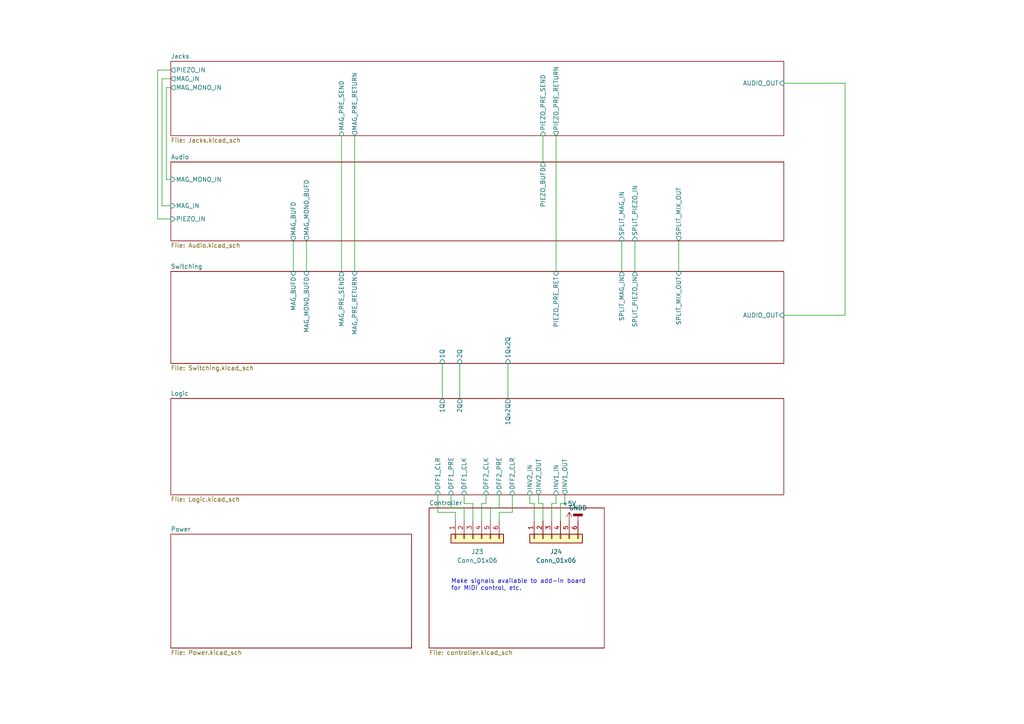
<source format=kicad_sch>
(kicad_sch (version 20230121) (generator eeschema)

  (uuid 52444e48-6798-4602-8621-4972ab8b508a)

  (paper "A4")

  (lib_symbols
    (symbol "PCM_4ms_Connector:Conn_01x06" (pin_names (offset 1.016) hide) (in_bom yes) (on_board yes)
      (property "Reference" "J" (at 0 7.62 0)
        (effects (font (size 1.27 1.27)))
      )
      (property "Value" "Conn_01x06" (at 0 -10.16 0)
        (effects (font (size 1.27 1.27)))
      )
      (property "Footprint" "4ms_Connector:Pins_1x06_2.54mm_TH_SWD" (at 0 -17.78 0)
        (effects (font (size 1.27 1.27)) hide)
      )
      (property "Datasheet" "" (at 0 -1.27 0)
        (effects (font (size 1.27 1.27)) hide)
      )
      (property "Specifications" "HEADER 1x6 MALE PINS 0.100” 180deg" (at -1.905 -15.875 0)
        (effects (font (size 1.27 1.27)) (justify left) hide)
      )
      (property "Manufacturer" "TAD" (at -2.54 -12.7 0)
        (effects (font (size 1.27 1.27)) (justify left) hide)
      )
      (property "Part Number" "1-0601FBV0T" (at -1.905 -14.605 0)
        (effects (font (size 1.27 1.27)) (justify left) hide)
      )
      (property "ki_keywords" "Conn_01x06" (at 0 0 0)
        (effects (font (size 1.27 1.27)) hide)
      )
      (property "ki_description" "HEADER 1x6 MALE PINS 0.100” 180deg" (at 0 0 0)
        (effects (font (size 1.27 1.27)) hide)
      )
      (property "ki_fp_filters" "Connector*:*_??x*mm* Connector*:*1x??x*mm* Pin?Header?Straight?1X* Pin?Header?Angled?1X* Socket?Strip?Straight?1X* Socket?Strip?Angled?1X*" (at 0 0 0)
        (effects (font (size 1.27 1.27)) hide)
      )
      (symbol "Conn_01x06_1_1"
        (rectangle (start -1.27 -7.493) (end 0 -7.747)
          (stroke (width 0.1524) (type default))
          (fill (type none))
        )
        (rectangle (start -1.27 -4.953) (end 0 -5.207)
          (stroke (width 0.1524) (type default))
          (fill (type none))
        )
        (rectangle (start -1.27 -2.413) (end 0 -2.667)
          (stroke (width 0.1524) (type default))
          (fill (type none))
        )
        (rectangle (start -1.27 0.127) (end 0 -0.127)
          (stroke (width 0.1524) (type default))
          (fill (type none))
        )
        (rectangle (start -1.27 2.667) (end 0 2.413)
          (stroke (width 0.1524) (type default))
          (fill (type none))
        )
        (rectangle (start -1.27 5.207) (end 0 4.953)
          (stroke (width 0.1524) (type default))
          (fill (type none))
        )
        (rectangle (start -1.27 6.35) (end 1.27 -8.89)
          (stroke (width 0.254) (type default))
          (fill (type background))
        )
        (pin passive line (at -5.08 5.08 0) (length 3.81)
          (name "Pin_1" (effects (font (size 1.27 1.27))))
          (number "1" (effects (font (size 1.27 1.27))))
        )
        (pin passive line (at -5.08 2.54 0) (length 3.81)
          (name "Pin_2" (effects (font (size 1.27 1.27))))
          (number "2" (effects (font (size 1.27 1.27))))
        )
        (pin passive line (at -5.08 0 0) (length 3.81)
          (name "Pin_3" (effects (font (size 1.27 1.27))))
          (number "3" (effects (font (size 1.27 1.27))))
        )
        (pin passive line (at -5.08 -2.54 0) (length 3.81)
          (name "Pin_4" (effects (font (size 1.27 1.27))))
          (number "4" (effects (font (size 1.27 1.27))))
        )
        (pin passive line (at -5.08 -5.08 0) (length 3.81)
          (name "Pin_5" (effects (font (size 1.27 1.27))))
          (number "5" (effects (font (size 1.27 1.27))))
        )
        (pin passive line (at -5.08 -7.62 0) (length 3.81)
          (name "Pin_6" (effects (font (size 1.27 1.27))))
          (number "6" (effects (font (size 1.27 1.27))))
        )
      )
    )
    (symbol "power:+5V" (power) (pin_names (offset 0)) (in_bom yes) (on_board yes)
      (property "Reference" "#PWR" (at 0 -3.81 0)
        (effects (font (size 1.27 1.27)) hide)
      )
      (property "Value" "+5V" (at 0 3.556 0)
        (effects (font (size 1.27 1.27)))
      )
      (property "Footprint" "" (at 0 0 0)
        (effects (font (size 1.27 1.27)) hide)
      )
      (property "Datasheet" "" (at 0 0 0)
        (effects (font (size 1.27 1.27)) hide)
      )
      (property "ki_keywords" "global power" (at 0 0 0)
        (effects (font (size 1.27 1.27)) hide)
      )
      (property "ki_description" "Power symbol creates a global label with name \"+5V\"" (at 0 0 0)
        (effects (font (size 1.27 1.27)) hide)
      )
      (symbol "+5V_0_1"
        (polyline
          (pts
            (xy -0.762 1.27)
            (xy 0 2.54)
          )
          (stroke (width 0) (type default))
          (fill (type none))
        )
        (polyline
          (pts
            (xy 0 0)
            (xy 0 2.54)
          )
          (stroke (width 0) (type default))
          (fill (type none))
        )
        (polyline
          (pts
            (xy 0 2.54)
            (xy 0.762 1.27)
          )
          (stroke (width 0) (type default))
          (fill (type none))
        )
      )
      (symbol "+5V_1_1"
        (pin power_in line (at 0 0 90) (length 0) hide
          (name "+5V" (effects (font (size 1.27 1.27))))
          (number "1" (effects (font (size 1.27 1.27))))
        )
      )
    )
    (symbol "power:GNDD" (power) (pin_names (offset 0)) (in_bom yes) (on_board yes)
      (property "Reference" "#PWR" (at 0 -6.35 0)
        (effects (font (size 1.27 1.27)) hide)
      )
      (property "Value" "GNDD" (at 0 -3.175 0)
        (effects (font (size 1.27 1.27)))
      )
      (property "Footprint" "" (at 0 0 0)
        (effects (font (size 1.27 1.27)) hide)
      )
      (property "Datasheet" "" (at 0 0 0)
        (effects (font (size 1.27 1.27)) hide)
      )
      (property "ki_keywords" "global power" (at 0 0 0)
        (effects (font (size 1.27 1.27)) hide)
      )
      (property "ki_description" "Power symbol creates a global label with name \"GNDD\" , digital ground" (at 0 0 0)
        (effects (font (size 1.27 1.27)) hide)
      )
      (symbol "GNDD_0_1"
        (rectangle (start -1.27 -1.524) (end 1.27 -2.032)
          (stroke (width 0.254) (type default))
          (fill (type outline))
        )
        (polyline
          (pts
            (xy 0 0)
            (xy 0 -1.524)
          )
          (stroke (width 0) (type default))
          (fill (type none))
        )
      )
      (symbol "GNDD_1_1"
        (pin power_in line (at 0 0 270) (length 0) hide
          (name "GNDD" (effects (font (size 1.27 1.27))))
          (number "1" (effects (font (size 1.27 1.27))))
        )
      )
    )
  )


  (wire (pts (xy 49.53 59.69) (xy 46.99 59.69))
    (stroke (width 0) (type default))
    (uuid 04ad95f7-dace-4cf7-bc3a-689adf17ccc2)
  )
  (wire (pts (xy 127 148.59) (xy 132.08 148.59))
    (stroke (width 0) (type default))
    (uuid 0701c4dc-c421-4af2-8e9a-f67cd3b949d2)
  )
  (wire (pts (xy 163.83 146.05) (xy 162.56 146.05))
    (stroke (width 0) (type default))
    (uuid 077a8b2b-4446-4325-b0e7-7c3e359edd68)
  )
  (wire (pts (xy 153.67 143.51) (xy 153.67 146.05))
    (stroke (width 0) (type default))
    (uuid 17f2e032-959f-4083-b61d-9d97ddb0c577)
  )
  (wire (pts (xy 148.59 143.51) (xy 148.59 148.59))
    (stroke (width 0) (type default))
    (uuid 1881fad2-2917-4c1d-9c79-0979f75dbed8)
  )
  (wire (pts (xy 147.32 105.41) (xy 147.32 115.57))
    (stroke (width 0) (type default))
    (uuid 2194db95-5c66-46c9-9e4c-3e4ed03a1283)
  )
  (wire (pts (xy 227.33 24.13) (xy 245.11 24.13))
    (stroke (width 0) (type default))
    (uuid 25996c49-9727-458b-a72f-94bd78d6f858)
  )
  (wire (pts (xy 133.35 105.41) (xy 133.35 115.57))
    (stroke (width 0) (type default))
    (uuid 26128524-f559-4fc5-bb20-0a38f295b460)
  )
  (wire (pts (xy 161.29 39.37) (xy 161.29 78.74))
    (stroke (width 0) (type default))
    (uuid 2ccbfb92-0d0b-4769-a50c-71fb52f941b0)
  )
  (wire (pts (xy 154.94 146.05) (xy 154.94 151.13))
    (stroke (width 0) (type default))
    (uuid 2d5054d7-4122-4eb7-9c34-32d22fc371bd)
  )
  (wire (pts (xy 144.78 148.59) (xy 144.78 151.13))
    (stroke (width 0) (type default))
    (uuid 360a38f5-7e50-47f2-b26c-c0ef9a505caf)
  )
  (wire (pts (xy 134.62 143.51) (xy 134.62 146.05))
    (stroke (width 0) (type default))
    (uuid 3795d8fc-850a-44b6-9101-9d3d614a2efe)
  )
  (wire (pts (xy 134.62 147.32) (xy 134.62 151.13))
    (stroke (width 0) (type default))
    (uuid 40214598-51c2-4663-8241-b180eaf5b3bb)
  )
  (wire (pts (xy 144.78 147.32) (xy 142.24 147.32))
    (stroke (width 0) (type default))
    (uuid 49c60cd1-5fac-4169-a8a2-5ae579c812e1)
  )
  (wire (pts (xy 46.99 22.86) (xy 49.53 22.86))
    (stroke (width 0) (type default))
    (uuid 4ab15b8e-e830-4601-9d4a-273ce6dd21e7)
  )
  (wire (pts (xy 48.26 25.4) (xy 48.26 52.07))
    (stroke (width 0) (type default))
    (uuid 4bbd56dd-c580-4565-a5cf-34622130a1b0)
  )
  (wire (pts (xy 161.29 143.51) (xy 161.29 146.05))
    (stroke (width 0) (type default))
    (uuid 4ed9ef7d-1c8f-41d4-b1c9-08f4748b233d)
  )
  (wire (pts (xy 142.24 147.32) (xy 142.24 151.13))
    (stroke (width 0) (type default))
    (uuid 58a7cce9-3bd5-43fc-bb05-b820c5ba0c1b)
  )
  (wire (pts (xy 130.81 147.32) (xy 134.62 147.32))
    (stroke (width 0) (type default))
    (uuid 5dd132b3-418d-423e-9210-b8fc561029b9)
  )
  (wire (pts (xy 137.16 146.05) (xy 137.16 151.13))
    (stroke (width 0) (type default))
    (uuid 5ecff31f-c709-468c-b55f-dbab235ae1ee)
  )
  (wire (pts (xy 45.72 63.5) (xy 49.53 63.5))
    (stroke (width 0) (type default))
    (uuid 626a49f7-4786-4f9e-9cf7-0950625ce93d)
  )
  (wire (pts (xy 245.11 24.13) (xy 245.11 91.44))
    (stroke (width 0) (type default))
    (uuid 6686e35b-8c3c-46f7-a061-3a6e639beafa)
  )
  (wire (pts (xy 157.48 39.37) (xy 157.48 46.99))
    (stroke (width 0) (type default))
    (uuid 67fcd486-d267-430e-94ed-75c38d932164)
  )
  (wire (pts (xy 48.26 52.07) (xy 49.53 52.07))
    (stroke (width 0) (type default))
    (uuid 6e42c69e-e7ae-48c9-bd40-9df8145e60b2)
  )
  (wire (pts (xy 140.97 146.05) (xy 139.7 146.05))
    (stroke (width 0) (type default))
    (uuid 73c8c6ab-6b0a-4d30-8e89-03593fa07ee3)
  )
  (wire (pts (xy 148.59 148.59) (xy 144.78 148.59))
    (stroke (width 0) (type default))
    (uuid 7a990412-cd13-490e-a6be-54c0981a7e28)
  )
  (wire (pts (xy 162.56 146.05) (xy 162.56 151.13))
    (stroke (width 0) (type default))
    (uuid 7b66e358-4533-46e9-994e-bff6be6fe205)
  )
  (wire (pts (xy 49.53 20.32) (xy 45.72 20.32))
    (stroke (width 0) (type default))
    (uuid 805bc09a-1731-4bb1-8d4e-0d9c50cee8ec)
  )
  (wire (pts (xy 163.83 143.51) (xy 163.83 146.05))
    (stroke (width 0) (type default))
    (uuid 84ff3146-6147-4449-8947-bb33ba52dbd6)
  )
  (wire (pts (xy 127 143.51) (xy 127 148.59))
    (stroke (width 0) (type default))
    (uuid 8744df6a-d5f2-4aad-ac21-8aa8d74c0e5c)
  )
  (wire (pts (xy 156.21 146.05) (xy 157.48 146.05))
    (stroke (width 0) (type default))
    (uuid 8cfedd15-6b22-41cf-aa6d-d703ae0adc98)
  )
  (wire (pts (xy 85.09 69.85) (xy 85.09 78.74))
    (stroke (width 0) (type default))
    (uuid 97bf5ff8-63dc-4456-bb41-4194ba15952c)
  )
  (wire (pts (xy 139.7 146.05) (xy 139.7 151.13))
    (stroke (width 0) (type default))
    (uuid a0ce55f6-bd7f-4916-99a3-7b0db7e18214)
  )
  (wire (pts (xy 196.85 69.85) (xy 196.85 78.74))
    (stroke (width 0) (type default))
    (uuid a2045862-05b9-4d9d-80e4-eddc1b823509)
  )
  (wire (pts (xy 184.15 69.85) (xy 184.15 78.74))
    (stroke (width 0) (type default))
    (uuid a571e794-7357-4a36-9445-a06d5dbe3be9)
  )
  (wire (pts (xy 132.08 148.59) (xy 132.08 151.13))
    (stroke (width 0) (type default))
    (uuid aa6c095f-fb18-4f43-a74b-b9e696ab701f)
  )
  (wire (pts (xy 144.78 143.51) (xy 144.78 147.32))
    (stroke (width 0) (type default))
    (uuid ad82923e-ac5f-41b1-9f9e-f043c89a8940)
  )
  (wire (pts (xy 45.72 20.32) (xy 45.72 63.5))
    (stroke (width 0) (type default))
    (uuid b7a56fc2-6653-4118-8039-261e14e52c11)
  )
  (wire (pts (xy 49.53 25.4) (xy 48.26 25.4))
    (stroke (width 0) (type default))
    (uuid b968e94e-8bc8-4471-a13a-c198c039ea25)
  )
  (wire (pts (xy 46.99 59.69) (xy 46.99 22.86))
    (stroke (width 0) (type default))
    (uuid c7b95b24-13d6-478b-832f-aeef3f874e32)
  )
  (wire (pts (xy 128.27 105.41) (xy 128.27 115.57))
    (stroke (width 0) (type default))
    (uuid cc0a6c1c-75a9-4b09-8907-955ebb4c5fe3)
  )
  (wire (pts (xy 160.02 146.05) (xy 160.02 151.13))
    (stroke (width 0) (type default))
    (uuid d2bce8b2-9895-4d88-809e-a5c61791c214)
  )
  (wire (pts (xy 88.9 69.85) (xy 88.9 78.74))
    (stroke (width 0) (type default))
    (uuid d75e9efc-5296-4a0a-988d-75bea9e14282)
  )
  (wire (pts (xy 134.62 146.05) (xy 137.16 146.05))
    (stroke (width 0) (type default))
    (uuid dec8eb3f-1c6e-4956-bf2e-1e58e9b235b9)
  )
  (wire (pts (xy 102.87 39.37) (xy 102.87 78.74))
    (stroke (width 0) (type default))
    (uuid df97011b-4667-40ca-8552-c13c30d33316)
  )
  (wire (pts (xy 161.29 146.05) (xy 160.02 146.05))
    (stroke (width 0) (type default))
    (uuid dfb41eb5-48d8-47f3-b23a-2736ae188401)
  )
  (wire (pts (xy 153.67 146.05) (xy 154.94 146.05))
    (stroke (width 0) (type default))
    (uuid e051ad12-02c4-40ed-a831-6555e8f4f4a3)
  )
  (wire (pts (xy 157.48 146.05) (xy 157.48 151.13))
    (stroke (width 0) (type default))
    (uuid e4b386c7-e17e-415c-b22d-8daa517a25f0)
  )
  (wire (pts (xy 130.81 143.51) (xy 130.81 147.32))
    (stroke (width 0) (type default))
    (uuid e97b7649-316e-4943-b1ae-92de0f3f5d4c)
  )
  (wire (pts (xy 227.33 91.44) (xy 245.11 91.44))
    (stroke (width 0) (type default))
    (uuid ea9cba16-b70d-40e4-8e2c-8306edcfc711)
  )
  (wire (pts (xy 180.34 69.85) (xy 180.34 78.74))
    (stroke (width 0) (type default))
    (uuid ea9dd12a-d019-41af-ac7c-d9c254b5f3e9)
  )
  (wire (pts (xy 99.06 39.37) (xy 99.06 78.74))
    (stroke (width 0) (type default))
    (uuid eb3b93d7-d17e-45f4-83d8-bfa784066528)
  )
  (wire (pts (xy 156.21 143.51) (xy 156.21 146.05))
    (stroke (width 0) (type default))
    (uuid efa944f8-e6c6-4732-8a42-289510fe1d29)
  )
  (wire (pts (xy 140.97 143.51) (xy 140.97 146.05))
    (stroke (width 0) (type default))
    (uuid f65293aa-81fd-42ec-9f0a-1eb742a3cf68)
  )

  (text "Make signals available to add-in board \nfor MIDI control, etc."
    (at 130.81 171.45 0)
    (effects (font (size 1.27 1.27)) (justify left bottom))
    (uuid 7d3e993d-3c97-4bc2-8327-f64a0878e912)
  )

  (symbol (lib_id "power:GNDD") (at 167.64 151.13 180) (unit 1)
    (in_bom yes) (on_board yes) (dnp no) (fields_autoplaced)
    (uuid 37ec550e-6b1a-4315-936f-a7fb0dc6654e)
    (property "Reference" "#PWR08" (at 167.64 144.78 0)
      (effects (font (size 1.27 1.27)) hide)
    )
    (property "Value" "GNDD" (at 167.64 147.32 0)
      (effects (font (size 1.27 1.27)))
    )
    (property "Footprint" "" (at 167.64 151.13 0)
      (effects (font (size 1.27 1.27)) hide)
    )
    (property "Datasheet" "" (at 167.64 151.13 0)
      (effects (font (size 1.27 1.27)) hide)
    )
    (pin "1" (uuid f3b9de5b-2471-4565-8606-be2d174e1e37))
    (instances
      (project "summer"
        (path "/52444e48-6798-4602-8621-4972ab8b508a"
          (reference "#PWR08") (unit 1)
        )
      )
    )
  )

  (symbol (lib_id "PCM_4ms_Connector:Conn_01x06") (at 137.16 156.21 90) (mirror x) (unit 1)
    (in_bom yes) (on_board yes) (dnp no)
    (uuid 8e37872a-1a33-4030-9d4c-c7a73a064233)
    (property "Reference" "J23" (at 138.43 160.02 90)
      (effects (font (size 1.27 1.27)))
    )
    (property "Value" "Conn_01x06" (at 138.43 162.56 90)
      (effects (font (size 1.27 1.27)))
    )
    (property "Footprint" "Connector_PinHeader_2.54mm:PinHeader_1x06_P2.54mm_Vertical" (at 154.94 156.21 0)
      (effects (font (size 1.27 1.27)) hide)
    )
    (property "Datasheet" "" (at 138.43 156.21 0)
      (effects (font (size 1.27 1.27)) hide)
    )
    (property "Specifications" "HEADER 1x6 MALE PINS 0.100” 180deg" (at 153.035 154.305 0)
      (effects (font (size 1.27 1.27)) (justify left) hide)
    )
    (property "Manufacturer" "TAD" (at 149.86 153.67 0)
      (effects (font (size 1.27 1.27)) (justify left) hide)
    )
    (property "Part Number" "1-0601FBV0T" (at 151.765 154.305 0)
      (effects (font (size 1.27 1.27)) (justify left) hide)
    )
    (pin "1" (uuid 66d393e8-b5b4-461c-8924-f5132037609d))
    (pin "2" (uuid b8ef689e-693b-48f4-bd6b-f9063626a97b))
    (pin "3" (uuid d1974341-acee-4aad-8c7d-4e195f9d7f7d))
    (pin "4" (uuid ddd66c01-29ae-4a06-b976-93fef5cd0ddb))
    (pin "5" (uuid 2fc3b0f7-993d-41cb-8321-4822e9320539))
    (pin "6" (uuid c5eca5d6-1111-4c41-80fa-40b5ad74ac41))
    (instances
      (project "summer"
        (path "/52444e48-6798-4602-8621-4972ab8b508a"
          (reference "J23") (unit 1)
        )
      )
    )
  )

  (symbol (lib_id "PCM_4ms_Connector:Conn_01x06") (at 160.02 156.21 90) (mirror x) (unit 1)
    (in_bom yes) (on_board yes) (dnp no)
    (uuid 9174faaa-7bf3-463b-ad7a-008b619194ce)
    (property "Reference" "J24" (at 161.29 160.02 90)
      (effects (font (size 1.27 1.27)))
    )
    (property "Value" "Conn_01x06" (at 161.29 162.56 90)
      (effects (font (size 1.27 1.27)))
    )
    (property "Footprint" "Connector_PinHeader_2.54mm:PinHeader_1x06_P2.54mm_Vertical" (at 177.8 156.21 0)
      (effects (font (size 1.27 1.27)) hide)
    )
    (property "Datasheet" "" (at 161.29 156.21 0)
      (effects (font (size 1.27 1.27)) hide)
    )
    (property "Specifications" "HEADER 1x6 MALE PINS 0.100” 180deg" (at 175.895 154.305 0)
      (effects (font (size 1.27 1.27)) (justify left) hide)
    )
    (property "Manufacturer" "TAD" (at 172.72 153.67 0)
      (effects (font (size 1.27 1.27)) (justify left) hide)
    )
    (property "Part Number" "1-0601FBV0T" (at 174.625 154.305 0)
      (effects (font (size 1.27 1.27)) (justify left) hide)
    )
    (pin "1" (uuid e81eeb7f-c62f-4852-bbe2-ed030ff6b549))
    (pin "2" (uuid 73fd2e21-b558-4d5e-98ec-b7e96103ee08))
    (pin "3" (uuid d92eabbb-9bbc-4873-9ac2-8c7d46ae7d56))
    (pin "4" (uuid eda3cffd-3f70-4e87-9a9c-3d4fe7620ea7))
    (pin "5" (uuid de519d66-2a4d-4293-beeb-afb8e980e798))
    (pin "6" (uuid fc747612-3c09-46e8-a04a-717f467f5fc3))
    (instances
      (project "summer"
        (path "/52444e48-6798-4602-8621-4972ab8b508a"
          (reference "J24") (unit 1)
        )
      )
    )
  )

  (symbol (lib_id "power:+5V") (at 165.1 151.13 0) (unit 1)
    (in_bom yes) (on_board yes) (dnp no) (fields_autoplaced)
    (uuid e3d2c23f-d859-4a0c-8316-b4a183cdbd40)
    (property "Reference" "#PWR07" (at 165.1 154.94 0)
      (effects (font (size 1.27 1.27)) hide)
    )
    (property "Value" "+5V" (at 165.1 146.05 0)
      (effects (font (size 1.27 1.27)))
    )
    (property "Footprint" "" (at 165.1 151.13 0)
      (effects (font (size 1.27 1.27)) hide)
    )
    (property "Datasheet" "" (at 165.1 151.13 0)
      (effects (font (size 1.27 1.27)) hide)
    )
    (pin "1" (uuid 5020c142-6539-4bf8-86de-b17b78672707))
    (instances
      (project "summer"
        (path "/52444e48-6798-4602-8621-4972ab8b508a"
          (reference "#PWR07") (unit 1)
        )
      )
    )
  )

  (sheet (at 124.46 147.32) (size 50.8 40.64) (fields_autoplaced)
    (stroke (width 0.1524) (type solid))
    (fill (color 0 0 0 0.0000))
    (uuid 09bef1e3-0cda-496c-bd76-2adc7f5f70f6)
    (property "Sheetname" "Controller" (at 124.46 146.6084 0)
      (effects (font (size 1.27 1.27)) (justify left bottom))
    )
    (property "Sheetfile" "controller.kicad_sch" (at 124.46 188.5446 0)
      (effects (font (size 1.27 1.27)) (justify left top))
    )
    (instances
      (project "summer"
        (path "/52444e48-6798-4602-8621-4972ab8b508a" (page "7"))
      )
    )
  )

  (sheet (at 49.53 154.94) (size 69.85 33.02) (fields_autoplaced)
    (stroke (width 0.1524) (type solid))
    (fill (color 0 0 0 0.0000))
    (uuid 410050cc-d05c-490b-b4d6-f85ed66315b1)
    (property "Sheetname" "Power" (at 49.53 154.2284 0)
      (effects (font (size 1.27 1.27)) (justify left bottom))
    )
    (property "Sheetfile" "Power.kicad_sch" (at 49.53 188.5446 0)
      (effects (font (size 1.27 1.27)) (justify left top))
    )
    (instances
      (project "summer"
        (path "/52444e48-6798-4602-8621-4972ab8b508a" (page "3"))
      )
    )
  )

  (sheet (at 49.53 78.74) (size 177.8 26.67) (fields_autoplaced)
    (stroke (width 0.1524) (type solid))
    (fill (color 0 0 0 0.0000))
    (uuid 6869d0d4-543e-4423-aff9-8b895dd66653)
    (property "Sheetname" "Switching" (at 49.53 78.0284 0)
      (effects (font (size 1.27 1.27)) (justify left bottom))
    )
    (property "Sheetfile" "Switching.kicad_sch" (at 49.53 105.9946 0)
      (effects (font (size 1.27 1.27)) (justify left top))
    )
    (pin "MAG_MONO_BUFD" input (at 88.9 78.74 90)
      (effects (font (size 1.27 1.27)) (justify right))
      (uuid ebf46233-a018-41a4-bde1-e417864735c8)
    )
    (pin "MAG_BUFD" input (at 85.09 78.74 90)
      (effects (font (size 1.27 1.27)) (justify right))
      (uuid 48bd6647-99e2-42f4-9de3-48b9bb75c593)
    )
    (pin "AUDIO_OUT" input (at 227.33 91.44 0)
      (effects (font (size 1.27 1.27)) (justify right))
      (uuid 4f53dfc4-c48f-4afa-8592-32585cad2420)
    )
    (pin "MAG_PRE_SEND" output (at 99.06 78.74 90)
      (effects (font (size 1.27 1.27)) (justify right))
      (uuid 93f9b578-b880-447a-b793-53bae535dac0)
    )
    (pin "MAG_PRE_RETURN" input (at 102.87 78.74 90)
      (effects (font (size 1.27 1.27)) (justify right))
      (uuid d70c8c7d-4c03-4673-a259-3a781231e9bb)
    )
    (pin "SPLIT_MAG_IN" output (at 180.34 78.74 90)
      (effects (font (size 1.27 1.27)) (justify right))
      (uuid 1ce518cc-b88a-4d58-9b4a-49dc296b2075)
    )
    (pin "PIEZO_PRE_RET" input (at 161.29 78.74 90)
      (effects (font (size 1.27 1.27)) (justify right))
      (uuid 605a4c7b-6b80-4352-82fb-456526a7f6d8)
    )
    (pin "SPLIT_PIEZO_IN" output (at 184.15 78.74 90)
      (effects (font (size 1.27 1.27)) (justify right))
      (uuid e79a33dc-b09e-4c6f-a789-084d71c8b1c9)
    )
    (pin "SPLIT_MIX_OUT" input (at 196.85 78.74 90)
      (effects (font (size 1.27 1.27)) (justify right))
      (uuid 48df9742-3097-4459-ad2d-ea0c1d5f8ed7)
    )
    (pin "1Qx2Q" input (at 147.32 105.41 270)
      (effects (font (size 1.27 1.27)) (justify left))
      (uuid 97898266-dfcf-4d05-9054-aa2a3aad8575)
    )
    (pin "2Q" input (at 133.35 105.41 270)
      (effects (font (size 1.27 1.27)) (justify left))
      (uuid 81437c68-89a6-4d2c-b669-99d59311fc32)
    )
    (pin "1Q" input (at 128.27 105.41 270)
      (effects (font (size 1.27 1.27)) (justify left))
      (uuid 8cd68722-a569-4bef-93b5-256b0fa1a0ef)
    )
    (instances
      (project "summer"
        (path "/52444e48-6798-4602-8621-4972ab8b508a" (page "5"))
      )
    )
  )

  (sheet (at 49.53 17.78) (size 177.8 21.59) (fields_autoplaced)
    (stroke (width 0.1524) (type solid))
    (fill (color 0 0 0 0.0000))
    (uuid 705db596-65d6-4cbe-b1fa-91c3117e275c)
    (property "Sheetname" "Jacks" (at 49.53 17.0684 0)
      (effects (font (size 1.27 1.27)) (justify left bottom))
    )
    (property "Sheetfile" "Jacks.kicad_sch" (at 49.53 39.9546 0)
      (effects (font (size 1.27 1.27)) (justify left top))
    )
    (pin "MAG_PRE_SEND" input (at 99.06 39.37 270)
      (effects (font (size 1.27 1.27)) (justify left))
      (uuid 808d5e06-714b-4fe5-9620-813366ffa087)
    )
    (pin "MAG_PRE_RETURN" output (at 102.87 39.37 270)
      (effects (font (size 1.27 1.27)) (justify left))
      (uuid 4ad516a7-f489-48d6-a15b-aaf7caf9472b)
    )
    (pin "AUDIO_OUT" input (at 227.33 24.13 0)
      (effects (font (size 1.27 1.27)) (justify right))
      (uuid 59217506-df38-431a-9cf8-0cf70c623c90)
    )
    (pin "PIEZO_PRE_SEND" input (at 157.48 39.37 270)
      (effects (font (size 1.27 1.27)) (justify left))
      (uuid c223a6e0-9fc7-4a36-b9ef-81bd4208c473)
    )
    (pin "MAG_IN" output (at 49.53 22.86 180)
      (effects (font (size 1.27 1.27)) (justify left))
      (uuid d0efdbc9-4bde-4cef-969f-4a8a0f8d969d)
    )
    (pin "PIEZO_IN" output (at 49.53 20.32 180)
      (effects (font (size 1.27 1.27)) (justify left))
      (uuid df95aa67-8bad-41bd-8ff0-2957083fbdf9)
    )
    (pin "MAG_MONO_IN" output (at 49.53 25.4 180)
      (effects (font (size 1.27 1.27)) (justify left))
      (uuid 45eae452-8536-443c-a2f9-30e289fa23e7)
    )
    (pin "PIEZO_PRE_RETURN" output (at 161.29 39.37 270)
      (effects (font (size 1.27 1.27)) (justify left))
      (uuid b86acec0-367e-4f6d-8f48-987e338e7457)
    )
    (instances
      (project "summer"
        (path "/52444e48-6798-4602-8621-4972ab8b508a" (page "6"))
      )
    )
  )

  (sheet (at 49.53 115.57) (size 177.8 27.94) (fields_autoplaced)
    (stroke (width 0.1524) (type solid))
    (fill (color 0 0 0 0.0000))
    (uuid c8a181ba-dee1-4449-9288-f19d9902d32c)
    (property "Sheetname" "Logic" (at 49.53 114.8584 0)
      (effects (font (size 1.27 1.27)) (justify left bottom))
    )
    (property "Sheetfile" "Logic.kicad_sch" (at 49.53 144.0946 0)
      (effects (font (size 1.27 1.27)) (justify left top))
    )
    (pin "DFF2_CLK" input (at 140.97 143.51 270)
      (effects (font (size 1.27 1.27)) (justify left))
      (uuid 1029fa65-91e3-452e-9332-17e0c79f908a)
    )
    (pin "DFF1_CLK" input (at 134.62 143.51 270)
      (effects (font (size 1.27 1.27)) (justify left))
      (uuid 9c971d3d-b779-4ab9-869e-9077c5f430e6)
    )
    (pin "1Qx2Q" output (at 147.32 115.57 90)
      (effects (font (size 1.27 1.27)) (justify right))
      (uuid 1b89befa-c5df-4716-87ef-434c35f86025)
    )
    (pin "1Q" output (at 128.27 115.57 90)
      (effects (font (size 1.27 1.27)) (justify right))
      (uuid b0fd7f0f-7d72-4026-9dd7-e2d1c0db8699)
    )
    (pin "2Q" output (at 133.35 115.57 90)
      (effects (font (size 1.27 1.27)) (justify right))
      (uuid 920f5ee4-2cda-49db-bdee-8c34a14293e5)
    )
    (pin "DFF2_CLR" input (at 148.59 143.51 270)
      (effects (font (size 1.27 1.27)) (justify left))
      (uuid f5fda232-6f9f-4f0e-8013-19b03b54bacd)
    )
    (pin "DFF2_PRE" input (at 144.78 143.51 270)
      (effects (font (size 1.27 1.27)) (justify left))
      (uuid c3d6120f-acb1-4f2a-877d-f79541221e55)
    )
    (pin "DFF1_CLR" input (at 127 143.51 270)
      (effects (font (size 1.27 1.27)) (justify left))
      (uuid 644a2712-1a68-4638-8524-ac93002bf348)
    )
    (pin "DFF1_PRE" input (at 130.81 143.51 270)
      (effects (font (size 1.27 1.27)) (justify left))
      (uuid ed27ec8e-5b6c-4365-aca8-443986f15874)
    )
    (pin "INV2_OUT" output (at 156.21 143.51 270)
      (effects (font (size 1.27 1.27)) (justify left))
      (uuid ebecb9c2-7d65-471f-bcc0-d4e1d2965bc8)
    )
    (pin "INV1_IN" input (at 161.29 143.51 270)
      (effects (font (size 1.27 1.27)) (justify left))
      (uuid fa040800-2f06-4d32-8321-13615e55b79c)
    )
    (pin "INV1_OUT" output (at 163.83 143.51 270)
      (effects (font (size 1.27 1.27)) (justify left))
      (uuid 127101d0-9d83-47ae-b78a-bafccb68a766)
    )
    (pin "INV2_IN" input (at 153.67 143.51 270)
      (effects (font (size 1.27 1.27)) (justify left))
      (uuid bc4c6778-5812-47b2-a125-bff72e4f2f16)
    )
    (instances
      (project "summer"
        (path "/52444e48-6798-4602-8621-4972ab8b508a" (page "4"))
      )
    )
  )

  (sheet (at 49.53 46.99) (size 177.8 22.86) (fields_autoplaced)
    (stroke (width 0.1524) (type solid))
    (fill (color 0 0 0 0.0000))
    (uuid ced75f65-cdfe-4c71-b270-d9863a3d92d6)
    (property "Sheetname" "Audio" (at 49.53 46.2784 0)
      (effects (font (size 1.27 1.27)) (justify left bottom))
    )
    (property "Sheetfile" "Audio.kicad_sch" (at 49.53 70.4346 0)
      (effects (font (size 1.27 1.27)) (justify left top))
    )
    (pin "MAG_MONO_IN" input (at 49.53 52.07 180)
      (effects (font (size 1.27 1.27)) (justify left))
      (uuid 61688738-2a9a-4a91-a2b1-e464a12879ae)
    )
    (pin "MAG_IN" input (at 49.53 59.69 180)
      (effects (font (size 1.27 1.27)) (justify left))
      (uuid 491b2efb-d2b5-4e84-9d8b-aef581067576)
    )
    (pin "PIEZO_IN" input (at 49.53 63.5 180)
      (effects (font (size 1.27 1.27)) (justify left))
      (uuid ee419631-4d56-42cd-b58d-fa2fef0311e6)
    )
    (pin "MAG_BUFD" output (at 85.09 69.85 270)
      (effects (font (size 1.27 1.27)) (justify left))
      (uuid 0d043904-31d0-4e09-a4e6-1014d8a856f5)
    )
    (pin "SPLIT_MIX_OUT" output (at 196.85 69.85 270)
      (effects (font (size 1.27 1.27)) (justify left))
      (uuid bf88347a-8371-4240-b21f-7bbbe3287ce6)
    )
    (pin "PIEZO_BUFD" output (at 157.48 46.99 90)
      (effects (font (size 1.27 1.27)) (justify right))
      (uuid db29b971-c427-462a-8602-4d8b8bdf0ba7)
    )
    (pin "MAG_MONO_BUFD" output (at 88.9 69.85 270)
      (effects (font (size 1.27 1.27)) (justify left))
      (uuid 7dc276fd-5798-44d9-a8db-88137a4a00df)
    )
    (pin "SPLIT_MAG_IN" input (at 180.34 69.85 270)
      (effects (font (size 1.27 1.27)) (justify left))
      (uuid ba41c663-bcfa-48be-b808-f66743b548ee)
    )
    (pin "SPLIT_PIEZO_IN" input (at 184.15 69.85 270)
      (effects (font (size 1.27 1.27)) (justify left))
      (uuid 17a309e8-1060-48a3-9805-00d5f3b3eb2c)
    )
    (instances
      (project "summer"
        (path "/52444e48-6798-4602-8621-4972ab8b508a" (page "2"))
      )
    )
  )

  (sheet_instances
    (path "/" (page "1"))
  )
)

</source>
